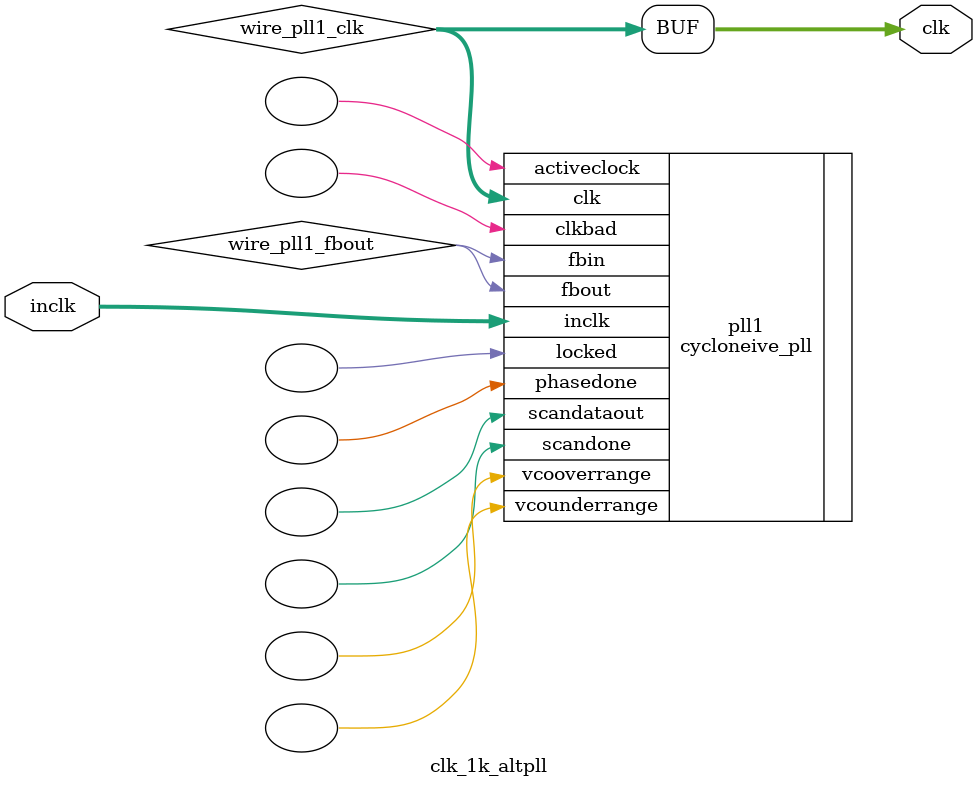
<source format=v>






//synthesis_resources = cycloneive_pll 1 
//synopsys translate_off
`timescale 1 ps / 1 ps
//synopsys translate_on
module  clk_1k_altpll
	( 
	clk,
	inclk) /* synthesis synthesis_clearbox=1 */;
	output   [4:0]  clk;
	input   [1:0]  inclk;
`ifndef ALTERA_RESERVED_QIS
// synopsys translate_off
`endif
	tri0   [1:0]  inclk;
`ifndef ALTERA_RESERVED_QIS
// synopsys translate_on
`endif

	wire  [4:0]   wire_pll1_clk;
	wire  wire_pll1_fbout;

	cycloneive_pll   pll1
	( 
	.activeclock(),
	.clk(wire_pll1_clk),
	.clkbad(),
	.fbin(wire_pll1_fbout),
	.fbout(wire_pll1_fbout),
	.inclk(inclk),
	.locked(),
	.phasedone(),
	.scandataout(),
	.scandone(),
	.vcooverrange(),
	.vcounderrange()
	`ifndef FORMAL_VERIFICATION
	// synopsys translate_off
	`endif
	,
	.areset(1'b0),
	.clkswitch(1'b0),
	.configupdate(1'b0),
	.pfdena(1'b1),
	.phasecounterselect({3{1'b0}}),
	.phasestep(1'b0),
	.phaseupdown(1'b0),
	.scanclk(1'b0),
	.scanclkena(1'b1),
	.scandata(1'b0)
	`ifndef FORMAL_VERIFICATION
	// synopsys translate_on
	`endif
	);
	defparam
		pll1.bandwidth_type = "auto",
		pll1.clk0_divide_by = 50,
		pll1.clk0_duty_cycle = 50,
		pll1.clk0_multiply_by = 1,
		pll1.clk0_phase_shift = "0",
		pll1.clk1_divide_by = 5000,
		pll1.clk1_duty_cycle = 50,
		pll1.clk1_multiply_by = 1,
		pll1.clk1_phase_shift = "0",
		pll1.clk2_divide_by = 10000,
		pll1.clk2_duty_cycle = 50,
		pll1.clk2_multiply_by = 1,
		pll1.clk2_phase_shift = "0",
		pll1.compensate_clock = "clk0",
		pll1.inclk0_input_frequency = 20000,
		pll1.operation_mode = "normal",
		pll1.pll_type = "auto",
		pll1.lpm_type = "cycloneive_pll";
	assign
		clk = {wire_pll1_clk[4:0]};
endmodule //clk_1k_altpll
//VALID FILE

</source>
